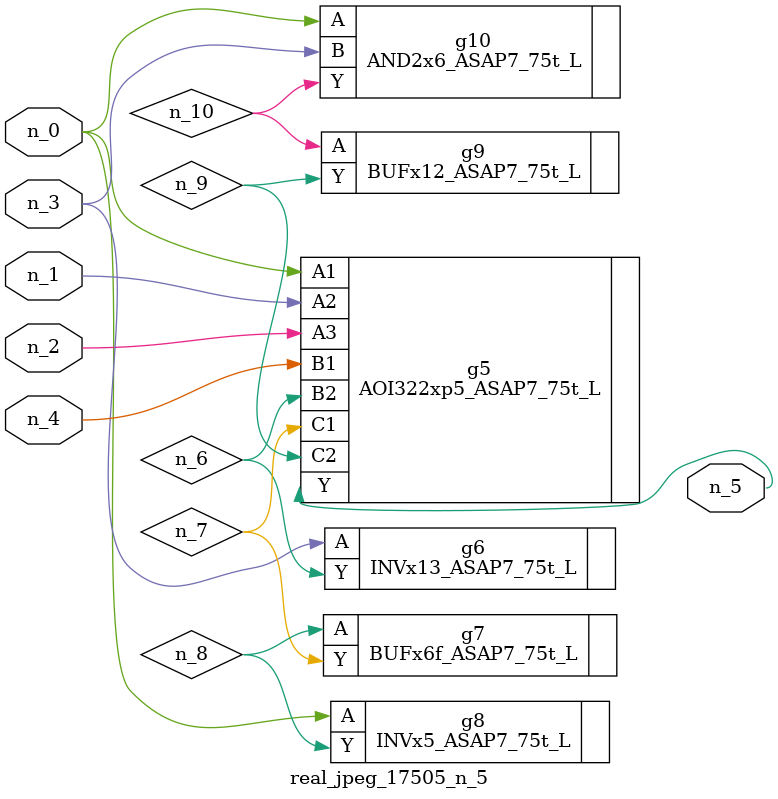
<source format=v>
module real_jpeg_17505_n_5 (n_4, n_0, n_1, n_2, n_3, n_5);

input n_4;
input n_0;
input n_1;
input n_2;
input n_3;

output n_5;

wire n_8;
wire n_6;
wire n_7;
wire n_10;
wire n_9;

AOI322xp5_ASAP7_75t_L g5 ( 
.A1(n_0),
.A2(n_1),
.A3(n_2),
.B1(n_4),
.B2(n_6),
.C1(n_7),
.C2(n_9),
.Y(n_5)
);

INVx5_ASAP7_75t_L g8 ( 
.A(n_0),
.Y(n_8)
);

AND2x6_ASAP7_75t_L g10 ( 
.A(n_0),
.B(n_3),
.Y(n_10)
);

INVx13_ASAP7_75t_L g6 ( 
.A(n_3),
.Y(n_6)
);

BUFx6f_ASAP7_75t_L g7 ( 
.A(n_8),
.Y(n_7)
);

BUFx12_ASAP7_75t_L g9 ( 
.A(n_10),
.Y(n_9)
);


endmodule
</source>
